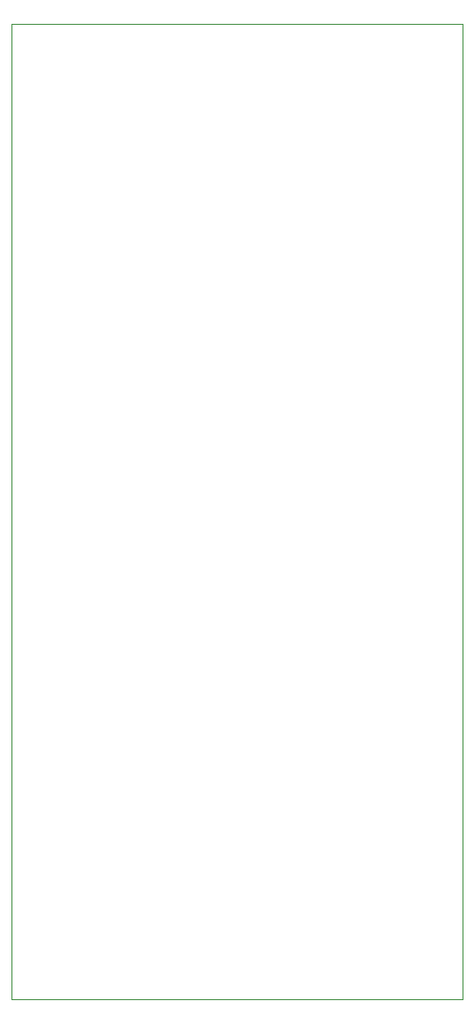
<source format=gm1>
%TF.GenerationSoftware,KiCad,Pcbnew,9.0.6*%
%TF.CreationDate,2026-01-30T19:37:08-05:00*%
%TF.ProjectId,flight controller,666c6967-6874-4206-936f-6e74726f6c6c,rev?*%
%TF.SameCoordinates,Original*%
%TF.FileFunction,Profile,NP*%
%FSLAX46Y46*%
G04 Gerber Fmt 4.6, Leading zero omitted, Abs format (unit mm)*
G04 Created by KiCad (PCBNEW 9.0.6) date 2026-01-30 19:37:08*
%MOMM*%
%LPD*%
G01*
G04 APERTURE LIST*
%TA.AperFunction,Profile*%
%ADD10C,0.050000*%
%TD*%
G04 APERTURE END LIST*
D10*
X137500000Y-50500000D02*
X177500000Y-50500000D01*
X177500000Y-137000000D01*
X137500000Y-137000000D01*
X137500000Y-50500000D01*
M02*

</source>
